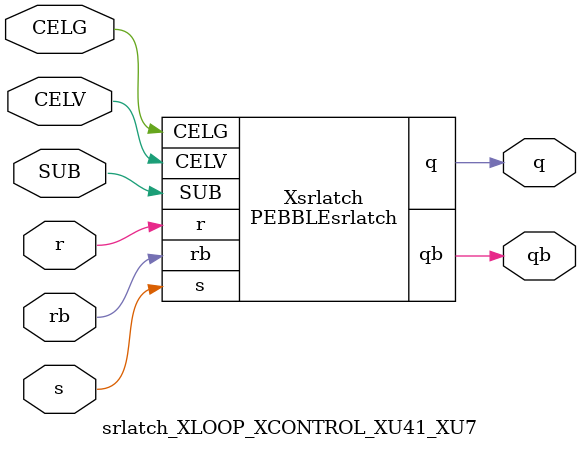
<source format=v>



module PEBBLEsrlatch ( q, qb, CELG, CELV, SUB, r, rb, s );

  input CELV;
  input s;
  output q;
  input rb;
  input r;
  input SUB;
  input CELG;
  output qb;
endmodule

//Celera Confidential Do Not Copy srlatch_XLOOP_XCONTROL_XU41_XU7
//Celera Confidential Symbol Generator
//SR Latch
module srlatch_XLOOP_XCONTROL_XU41_XU7 (CELV,CELG,s,r,rb,q,qb,SUB);
input CELV;
input CELG;
input s;
input r;
input rb;
input SUB;
output q;
output qb;

//Celera Confidential Do Not Copy srlatch
PEBBLEsrlatch Xsrlatch(
.CELV (CELV),
.r (r),
.s (s),
.q (q),
.qb (qb),
.rb (rb),
.SUB (SUB),
.CELG (CELG)
);
//,diesize,PEBBLEsrlatch

//Celera Confidential Do Not Copy Module End
//Celera Schematic Generator
endmodule

</source>
